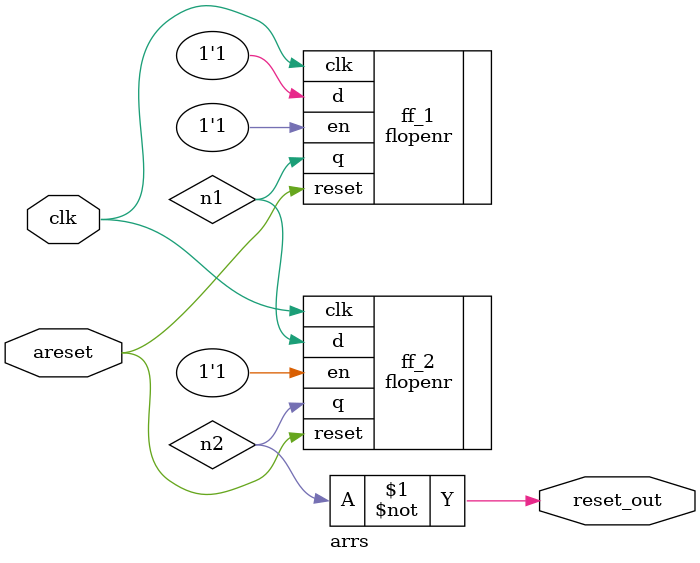
<source format=sv>


module arrs (output reset_out,
	     input areset,
	     input clk);

   logic 	   n1, n2;

   flopenr #(1) ff_1(.clk(clk),
		     .reset(areset),
		     .en(1'b1),
		     .d(1'b1),
		     .q(n1));

   flopenr #(1) ff_2(.clk(clk),
		     .reset(areset),
		     .en(1'b1),
		     .d(n1),
		     .q(n2));

   assign reset_out = ~n2;
      
endmodule // arrs

   

</source>
